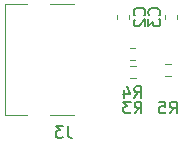
<source format=gbo>
G04 #@! TF.GenerationSoftware,KiCad,Pcbnew,9.0.3*
G04 #@! TF.CreationDate,2025-08-03T15:19:36-04:00*
G04 #@! TF.ProjectId,CH32V003J4M6,43483332-5630-4303-934a-344d362e6b69,rev?*
G04 #@! TF.SameCoordinates,Original*
G04 #@! TF.FileFunction,Legend,Bot*
G04 #@! TF.FilePolarity,Positive*
%FSLAX46Y46*%
G04 Gerber Fmt 4.6, Leading zero omitted, Abs format (unit mm)*
G04 Created by KiCad (PCBNEW 9.0.3) date 2025-08-03 15:19:36*
%MOMM*%
%LPD*%
G01*
G04 APERTURE LIST*
%ADD10C,0.150000*%
%ADD11C,0.120000*%
G04 APERTURE END LIST*
D10*
X151266666Y-105554819D02*
X151599999Y-105078628D01*
X151838094Y-105554819D02*
X151838094Y-104554819D01*
X151838094Y-104554819D02*
X151457142Y-104554819D01*
X151457142Y-104554819D02*
X151361904Y-104602438D01*
X151361904Y-104602438D02*
X151314285Y-104650057D01*
X151314285Y-104650057D02*
X151266666Y-104745295D01*
X151266666Y-104745295D02*
X151266666Y-104888152D01*
X151266666Y-104888152D02*
X151314285Y-104983390D01*
X151314285Y-104983390D02*
X151361904Y-105031009D01*
X151361904Y-105031009D02*
X151457142Y-105078628D01*
X151457142Y-105078628D02*
X151838094Y-105078628D01*
X150409523Y-104888152D02*
X150409523Y-105554819D01*
X150647618Y-104507200D02*
X150885713Y-105221485D01*
X150885713Y-105221485D02*
X150266666Y-105221485D01*
X152109580Y-98533333D02*
X152157200Y-98485714D01*
X152157200Y-98485714D02*
X152204819Y-98342857D01*
X152204819Y-98342857D02*
X152204819Y-98247619D01*
X152204819Y-98247619D02*
X152157200Y-98104762D01*
X152157200Y-98104762D02*
X152061961Y-98009524D01*
X152061961Y-98009524D02*
X151966723Y-97961905D01*
X151966723Y-97961905D02*
X151776247Y-97914286D01*
X151776247Y-97914286D02*
X151633390Y-97914286D01*
X151633390Y-97914286D02*
X151442914Y-97961905D01*
X151442914Y-97961905D02*
X151347676Y-98009524D01*
X151347676Y-98009524D02*
X151252438Y-98104762D01*
X151252438Y-98104762D02*
X151204819Y-98247619D01*
X151204819Y-98247619D02*
X151204819Y-98342857D01*
X151204819Y-98342857D02*
X151252438Y-98485714D01*
X151252438Y-98485714D02*
X151300057Y-98533333D01*
X151300057Y-98914286D02*
X151252438Y-98961905D01*
X151252438Y-98961905D02*
X151204819Y-99057143D01*
X151204819Y-99057143D02*
X151204819Y-99295238D01*
X151204819Y-99295238D02*
X151252438Y-99390476D01*
X151252438Y-99390476D02*
X151300057Y-99438095D01*
X151300057Y-99438095D02*
X151395295Y-99485714D01*
X151395295Y-99485714D02*
X151490533Y-99485714D01*
X151490533Y-99485714D02*
X151633390Y-99438095D01*
X151633390Y-99438095D02*
X152204819Y-98866667D01*
X152204819Y-98866667D02*
X152204819Y-99485714D01*
X145621333Y-107912819D02*
X145621333Y-108627104D01*
X145621333Y-108627104D02*
X145668952Y-108769961D01*
X145668952Y-108769961D02*
X145764190Y-108865200D01*
X145764190Y-108865200D02*
X145907047Y-108912819D01*
X145907047Y-108912819D02*
X146002285Y-108912819D01*
X145240380Y-107912819D02*
X144621333Y-107912819D01*
X144621333Y-107912819D02*
X144954666Y-108293771D01*
X144954666Y-108293771D02*
X144811809Y-108293771D01*
X144811809Y-108293771D02*
X144716571Y-108341390D01*
X144716571Y-108341390D02*
X144668952Y-108389009D01*
X144668952Y-108389009D02*
X144621333Y-108484247D01*
X144621333Y-108484247D02*
X144621333Y-108722342D01*
X144621333Y-108722342D02*
X144668952Y-108817580D01*
X144668952Y-108817580D02*
X144716571Y-108865200D01*
X144716571Y-108865200D02*
X144811809Y-108912819D01*
X144811809Y-108912819D02*
X145097523Y-108912819D01*
X145097523Y-108912819D02*
X145192761Y-108865200D01*
X145192761Y-108865200D02*
X145240380Y-108817580D01*
X151296666Y-106854819D02*
X151629999Y-106378628D01*
X151868094Y-106854819D02*
X151868094Y-105854819D01*
X151868094Y-105854819D02*
X151487142Y-105854819D01*
X151487142Y-105854819D02*
X151391904Y-105902438D01*
X151391904Y-105902438D02*
X151344285Y-105950057D01*
X151344285Y-105950057D02*
X151296666Y-106045295D01*
X151296666Y-106045295D02*
X151296666Y-106188152D01*
X151296666Y-106188152D02*
X151344285Y-106283390D01*
X151344285Y-106283390D02*
X151391904Y-106331009D01*
X151391904Y-106331009D02*
X151487142Y-106378628D01*
X151487142Y-106378628D02*
X151868094Y-106378628D01*
X150963332Y-105854819D02*
X150344285Y-105854819D01*
X150344285Y-105854819D02*
X150677618Y-106235771D01*
X150677618Y-106235771D02*
X150534761Y-106235771D01*
X150534761Y-106235771D02*
X150439523Y-106283390D01*
X150439523Y-106283390D02*
X150391904Y-106331009D01*
X150391904Y-106331009D02*
X150344285Y-106426247D01*
X150344285Y-106426247D02*
X150344285Y-106664342D01*
X150344285Y-106664342D02*
X150391904Y-106759580D01*
X150391904Y-106759580D02*
X150439523Y-106807200D01*
X150439523Y-106807200D02*
X150534761Y-106854819D01*
X150534761Y-106854819D02*
X150820475Y-106854819D01*
X150820475Y-106854819D02*
X150915713Y-106807200D01*
X150915713Y-106807200D02*
X150963332Y-106759580D01*
X154266666Y-106854819D02*
X154599999Y-106378628D01*
X154838094Y-106854819D02*
X154838094Y-105854819D01*
X154838094Y-105854819D02*
X154457142Y-105854819D01*
X154457142Y-105854819D02*
X154361904Y-105902438D01*
X154361904Y-105902438D02*
X154314285Y-105950057D01*
X154314285Y-105950057D02*
X154266666Y-106045295D01*
X154266666Y-106045295D02*
X154266666Y-106188152D01*
X154266666Y-106188152D02*
X154314285Y-106283390D01*
X154314285Y-106283390D02*
X154361904Y-106331009D01*
X154361904Y-106331009D02*
X154457142Y-106378628D01*
X154457142Y-106378628D02*
X154838094Y-106378628D01*
X153361904Y-105854819D02*
X153838094Y-105854819D01*
X153838094Y-105854819D02*
X153885713Y-106331009D01*
X153885713Y-106331009D02*
X153838094Y-106283390D01*
X153838094Y-106283390D02*
X153742856Y-106235771D01*
X153742856Y-106235771D02*
X153504761Y-106235771D01*
X153504761Y-106235771D02*
X153409523Y-106283390D01*
X153409523Y-106283390D02*
X153361904Y-106331009D01*
X153361904Y-106331009D02*
X153314285Y-106426247D01*
X153314285Y-106426247D02*
X153314285Y-106664342D01*
X153314285Y-106664342D02*
X153361904Y-106759580D01*
X153361904Y-106759580D02*
X153409523Y-106807200D01*
X153409523Y-106807200D02*
X153504761Y-106854819D01*
X153504761Y-106854819D02*
X153742856Y-106854819D01*
X153742856Y-106854819D02*
X153838094Y-106807200D01*
X153838094Y-106807200D02*
X153885713Y-106759580D01*
X153359580Y-98533333D02*
X153407200Y-98485714D01*
X153407200Y-98485714D02*
X153454819Y-98342857D01*
X153454819Y-98342857D02*
X153454819Y-98247619D01*
X153454819Y-98247619D02*
X153407200Y-98104762D01*
X153407200Y-98104762D02*
X153311961Y-98009524D01*
X153311961Y-98009524D02*
X153216723Y-97961905D01*
X153216723Y-97961905D02*
X153026247Y-97914286D01*
X153026247Y-97914286D02*
X152883390Y-97914286D01*
X152883390Y-97914286D02*
X152692914Y-97961905D01*
X152692914Y-97961905D02*
X152597676Y-98009524D01*
X152597676Y-98009524D02*
X152502438Y-98104762D01*
X152502438Y-98104762D02*
X152454819Y-98247619D01*
X152454819Y-98247619D02*
X152454819Y-98342857D01*
X152454819Y-98342857D02*
X152502438Y-98485714D01*
X152502438Y-98485714D02*
X152550057Y-98533333D01*
X152454819Y-98866667D02*
X152454819Y-99485714D01*
X152454819Y-99485714D02*
X152835771Y-99152381D01*
X152835771Y-99152381D02*
X152835771Y-99295238D01*
X152835771Y-99295238D02*
X152883390Y-99390476D01*
X152883390Y-99390476D02*
X152931009Y-99438095D01*
X152931009Y-99438095D02*
X153026247Y-99485714D01*
X153026247Y-99485714D02*
X153264342Y-99485714D01*
X153264342Y-99485714D02*
X153359580Y-99438095D01*
X153359580Y-99438095D02*
X153407200Y-99390476D01*
X153407200Y-99390476D02*
X153454819Y-99295238D01*
X153454819Y-99295238D02*
X153454819Y-99009524D01*
X153454819Y-99009524D02*
X153407200Y-98914286D01*
X153407200Y-98914286D02*
X153359580Y-98866667D01*
D11*
X150887742Y-101327500D02*
X151362258Y-101327500D01*
X150887742Y-102372500D02*
X151362258Y-102372500D01*
X149790000Y-98559420D02*
X149790000Y-98840580D01*
X150810000Y-98559420D02*
X150810000Y-98840580D01*
X140320000Y-106989966D02*
X140320000Y-97589966D01*
X142220000Y-97589966D02*
X140320000Y-97589966D01*
X142220000Y-106989966D02*
X140320000Y-106989966D01*
X146120000Y-97589966D02*
X144120000Y-97589966D01*
X146120000Y-106989966D02*
X144120000Y-106989966D01*
X150892742Y-102827500D02*
X151367258Y-102827500D01*
X150892742Y-103872500D02*
X151367258Y-103872500D01*
X153862742Y-102677500D02*
X154337258Y-102677500D01*
X153862742Y-103722500D02*
X154337258Y-103722500D01*
X153840000Y-98559420D02*
X153840000Y-98840580D01*
X154860000Y-98559420D02*
X154860000Y-98840580D01*
%LPC*%
G36*
X143598000Y-111340000D02*
G01*
X141898000Y-111340000D01*
X141898000Y-109640000D01*
X143598000Y-109640000D01*
X143598000Y-111340000D01*
G37*
G36*
X145534742Y-109676601D02*
G01*
X145688687Y-109740367D01*
X145827234Y-109832941D01*
X145945059Y-109950766D01*
X146037633Y-110089313D01*
X146101399Y-110243258D01*
X146133907Y-110406685D01*
X146133907Y-110573315D01*
X146101399Y-110736742D01*
X146037633Y-110890687D01*
X145945059Y-111029234D01*
X145827234Y-111147059D01*
X145688687Y-111239633D01*
X145534742Y-111303399D01*
X145371315Y-111335907D01*
X145204685Y-111335907D01*
X145041258Y-111303399D01*
X144887313Y-111239633D01*
X144748766Y-111147059D01*
X144630941Y-111029234D01*
X144538367Y-110890687D01*
X144474601Y-110736742D01*
X144442093Y-110573315D01*
X144442093Y-110406685D01*
X144474601Y-110243258D01*
X144538367Y-110089313D01*
X144630941Y-109950766D01*
X144748766Y-109832941D01*
X144887313Y-109740367D01*
X145041258Y-109676601D01*
X145204685Y-109644093D01*
X145371315Y-109644093D01*
X145534742Y-109676601D01*
G37*
G36*
X148074742Y-109676601D02*
G01*
X148228687Y-109740367D01*
X148367234Y-109832941D01*
X148485059Y-109950766D01*
X148577633Y-110089313D01*
X148641399Y-110243258D01*
X148673907Y-110406685D01*
X148673907Y-110573315D01*
X148641399Y-110736742D01*
X148577633Y-110890687D01*
X148485059Y-111029234D01*
X148367234Y-111147059D01*
X148228687Y-111239633D01*
X148074742Y-111303399D01*
X147911315Y-111335907D01*
X147744685Y-111335907D01*
X147581258Y-111303399D01*
X147427313Y-111239633D01*
X147288766Y-111147059D01*
X147170941Y-111029234D01*
X147078367Y-110890687D01*
X147014601Y-110736742D01*
X146982093Y-110573315D01*
X146982093Y-110406685D01*
X147014601Y-110243258D01*
X147078367Y-110089313D01*
X147170941Y-109950766D01*
X147288766Y-109832941D01*
X147427313Y-109740367D01*
X147581258Y-109676601D01*
X147744685Y-109644093D01*
X147911315Y-109644093D01*
X148074742Y-109676601D01*
G37*
G36*
X150614742Y-109676601D02*
G01*
X150768687Y-109740367D01*
X150907234Y-109832941D01*
X151025059Y-109950766D01*
X151117633Y-110089313D01*
X151181399Y-110243258D01*
X151213907Y-110406685D01*
X151213907Y-110573315D01*
X151181399Y-110736742D01*
X151117633Y-110890687D01*
X151025059Y-111029234D01*
X150907234Y-111147059D01*
X150768687Y-111239633D01*
X150614742Y-111303399D01*
X150451315Y-111335907D01*
X150284685Y-111335907D01*
X150121258Y-111303399D01*
X149967313Y-111239633D01*
X149828766Y-111147059D01*
X149710941Y-111029234D01*
X149618367Y-110890687D01*
X149554601Y-110736742D01*
X149522093Y-110573315D01*
X149522093Y-110406685D01*
X149554601Y-110243258D01*
X149618367Y-110089313D01*
X149710941Y-109950766D01*
X149828766Y-109832941D01*
X149967313Y-109740367D01*
X150121258Y-109676601D01*
X150284685Y-109644093D01*
X150451315Y-109644093D01*
X150614742Y-109676601D01*
G37*
G36*
X153154742Y-109676601D02*
G01*
X153308687Y-109740367D01*
X153447234Y-109832941D01*
X153565059Y-109950766D01*
X153657633Y-110089313D01*
X153721399Y-110243258D01*
X153753907Y-110406685D01*
X153753907Y-110573315D01*
X153721399Y-110736742D01*
X153657633Y-110890687D01*
X153565059Y-111029234D01*
X153447234Y-111147059D01*
X153308687Y-111239633D01*
X153154742Y-111303399D01*
X152991315Y-111335907D01*
X152824685Y-111335907D01*
X152661258Y-111303399D01*
X152507313Y-111239633D01*
X152368766Y-111147059D01*
X152250941Y-111029234D01*
X152158367Y-110890687D01*
X152094601Y-110736742D01*
X152062093Y-110573315D01*
X152062093Y-110406685D01*
X152094601Y-110243258D01*
X152158367Y-110089313D01*
X152250941Y-109950766D01*
X152368766Y-109832941D01*
X152507313Y-109740367D01*
X152661258Y-109676601D01*
X152824685Y-109644093D01*
X152991315Y-109644093D01*
X153154742Y-109676601D01*
G37*
G36*
X155694742Y-109676601D02*
G01*
X155848687Y-109740367D01*
X155987234Y-109832941D01*
X156105059Y-109950766D01*
X156197633Y-110089313D01*
X156261399Y-110243258D01*
X156293907Y-110406685D01*
X156293907Y-110573315D01*
X156261399Y-110736742D01*
X156197633Y-110890687D01*
X156105059Y-111029234D01*
X155987234Y-111147059D01*
X155848687Y-111239633D01*
X155694742Y-111303399D01*
X155531315Y-111335907D01*
X155364685Y-111335907D01*
X155201258Y-111303399D01*
X155047313Y-111239633D01*
X154908766Y-111147059D01*
X154790941Y-111029234D01*
X154698367Y-110890687D01*
X154634601Y-110736742D01*
X154602093Y-110573315D01*
X154602093Y-110406685D01*
X154634601Y-110243258D01*
X154698367Y-110089313D01*
X154790941Y-109950766D01*
X154908766Y-109832941D01*
X155047313Y-109740367D01*
X155201258Y-109676601D01*
X155364685Y-109644093D01*
X155531315Y-109644093D01*
X155694742Y-109676601D01*
G37*
G36*
X158234742Y-109676601D02*
G01*
X158388687Y-109740367D01*
X158527234Y-109832941D01*
X158645059Y-109950766D01*
X158737633Y-110089313D01*
X158801399Y-110243258D01*
X158833907Y-110406685D01*
X158833907Y-110573315D01*
X158801399Y-110736742D01*
X158737633Y-110890687D01*
X158645059Y-111029234D01*
X158527234Y-111147059D01*
X158388687Y-111239633D01*
X158234742Y-111303399D01*
X158071315Y-111335907D01*
X157904685Y-111335907D01*
X157741258Y-111303399D01*
X157587313Y-111239633D01*
X157448766Y-111147059D01*
X157330941Y-111029234D01*
X157238367Y-110890687D01*
X157174601Y-110736742D01*
X157142093Y-110573315D01*
X157142093Y-110406685D01*
X157174601Y-110243258D01*
X157238367Y-110089313D01*
X157330941Y-109950766D01*
X157448766Y-109832941D01*
X157587313Y-109740367D01*
X157741258Y-109676601D01*
X157904685Y-109644093D01*
X158071315Y-109644093D01*
X158234742Y-109676601D01*
G37*
G36*
X160774742Y-109676601D02*
G01*
X160928687Y-109740367D01*
X161067234Y-109832941D01*
X161185059Y-109950766D01*
X161277633Y-110089313D01*
X161341399Y-110243258D01*
X161373907Y-110406685D01*
X161373907Y-110573315D01*
X161341399Y-110736742D01*
X161277633Y-110890687D01*
X161185059Y-111029234D01*
X161067234Y-111147059D01*
X160928687Y-111239633D01*
X160774742Y-111303399D01*
X160611315Y-111335907D01*
X160444685Y-111335907D01*
X160281258Y-111303399D01*
X160127313Y-111239633D01*
X159988766Y-111147059D01*
X159870941Y-111029234D01*
X159778367Y-110890687D01*
X159714601Y-110736742D01*
X159682093Y-110573315D01*
X159682093Y-110406685D01*
X159714601Y-110243258D01*
X159778367Y-110089313D01*
X159870941Y-109950766D01*
X159988766Y-109832941D01*
X160127313Y-109740367D01*
X160281258Y-109676601D01*
X160444685Y-109644093D01*
X160611315Y-109644093D01*
X160774742Y-109676601D01*
G37*
G36*
X161378000Y-107515000D02*
G01*
X159678000Y-107515000D01*
X159678000Y-105815000D01*
X161378000Y-105815000D01*
X161378000Y-107515000D01*
G37*
G36*
X143535263Y-106114244D02*
G01*
X143661342Y-106148026D01*
X143774381Y-106213289D01*
X143866677Y-106305585D01*
X143931940Y-106418624D01*
X143965722Y-106544703D01*
X143965722Y-106675229D01*
X143931940Y-106801308D01*
X143866677Y-106914347D01*
X143774381Y-107006643D01*
X143661342Y-107071906D01*
X143535263Y-107105688D01*
X143470000Y-107109966D01*
X143468029Y-107109966D01*
X142871971Y-107109966D01*
X142870000Y-107109966D01*
X142804737Y-107105688D01*
X142678658Y-107071906D01*
X142565619Y-107006643D01*
X142473323Y-106914347D01*
X142408060Y-106801308D01*
X142374278Y-106675229D01*
X142374278Y-106544703D01*
X142408060Y-106418624D01*
X142473323Y-106305585D01*
X142565619Y-106213289D01*
X142678658Y-106148026D01*
X142804737Y-106114244D01*
X142870000Y-106109966D01*
X143470000Y-106109966D01*
X143535263Y-106114244D01*
G37*
G36*
X147965263Y-106114244D02*
G01*
X148091342Y-106148026D01*
X148204381Y-106213289D01*
X148296677Y-106305585D01*
X148361940Y-106418624D01*
X148395722Y-106544703D01*
X148395722Y-106675229D01*
X148361940Y-106801308D01*
X148296677Y-106914347D01*
X148204381Y-107006643D01*
X148091342Y-107071906D01*
X147965263Y-107105688D01*
X147900000Y-107109966D01*
X147898029Y-107109966D01*
X146801971Y-107109966D01*
X146800000Y-107109966D01*
X146734737Y-107105688D01*
X146608658Y-107071906D01*
X146495619Y-107006643D01*
X146403323Y-106914347D01*
X146338060Y-106801308D01*
X146304278Y-106675229D01*
X146304278Y-106544703D01*
X146338060Y-106418624D01*
X146403323Y-106305585D01*
X146495619Y-106213289D01*
X146608658Y-106148026D01*
X146734737Y-106114244D01*
X146800000Y-106109966D01*
X147900000Y-106109966D01*
X147965263Y-106114244D01*
G37*
G36*
X148990000Y-105839966D02*
G01*
X147540000Y-105839966D01*
X147540000Y-105239966D01*
X148990000Y-105239966D01*
X148990000Y-105839966D01*
G37*
G36*
X146944372Y-104879705D02*
G01*
X147017847Y-104922126D01*
X147077840Y-104982119D01*
X147120261Y-105055594D01*
X147142220Y-105137545D01*
X147142220Y-105222387D01*
X147120261Y-105304338D01*
X147077840Y-105377813D01*
X147017847Y-105437806D01*
X146944372Y-105480227D01*
X146862421Y-105502186D01*
X146777579Y-105502186D01*
X146695628Y-105480227D01*
X146622153Y-105437806D01*
X146562160Y-105377813D01*
X146519739Y-105304338D01*
X146497780Y-105222387D01*
X146497780Y-105137545D01*
X146519739Y-105055594D01*
X146562160Y-104982119D01*
X146622153Y-104922126D01*
X146695628Y-104879705D01*
X146777579Y-104857746D01*
X146862421Y-104857746D01*
X146944372Y-104879705D01*
G37*
G36*
X148990000Y-105039966D02*
G01*
X147540000Y-105039966D01*
X147540000Y-104439966D01*
X148990000Y-104439966D01*
X148990000Y-105039966D01*
G37*
G36*
X160774742Y-103311601D02*
G01*
X160928687Y-103375367D01*
X161067234Y-103467941D01*
X161185059Y-103585766D01*
X161277633Y-103724313D01*
X161341399Y-103878258D01*
X161373907Y-104041685D01*
X161373907Y-104208315D01*
X161341399Y-104371742D01*
X161277633Y-104525687D01*
X161185059Y-104664234D01*
X161067234Y-104782059D01*
X160928687Y-104874633D01*
X160774742Y-104938399D01*
X160611315Y-104970907D01*
X160444685Y-104970907D01*
X160281258Y-104938399D01*
X160127313Y-104874633D01*
X159988766Y-104782059D01*
X159870941Y-104664234D01*
X159778367Y-104525687D01*
X159714601Y-104371742D01*
X159682093Y-104208315D01*
X159682093Y-104041685D01*
X159714601Y-103878258D01*
X159778367Y-103724313D01*
X159870941Y-103585766D01*
X159988766Y-103467941D01*
X160127313Y-103375367D01*
X160281258Y-103311601D01*
X160444685Y-103279093D01*
X160611315Y-103279093D01*
X160774742Y-103311601D01*
G37*
G36*
X148990000Y-104189966D02*
G01*
X147540000Y-104189966D01*
X147540000Y-103889966D01*
X148990000Y-103889966D01*
X148990000Y-104189966D01*
G37*
G36*
X150581537Y-102890224D02*
G01*
X150646421Y-102933579D01*
X150689776Y-102998463D01*
X150705000Y-103075000D01*
X150705000Y-103625000D01*
X150689776Y-103701537D01*
X150646421Y-103766421D01*
X150581537Y-103809776D01*
X150505000Y-103825000D01*
X150105000Y-103825000D01*
X150028463Y-103809776D01*
X149963579Y-103766421D01*
X149920224Y-103701537D01*
X149905000Y-103625000D01*
X149905000Y-103075000D01*
X149920224Y-102998463D01*
X149963579Y-102933579D01*
X150028463Y-102890224D01*
X150105000Y-102875000D01*
X150505000Y-102875000D01*
X150581537Y-102890224D01*
G37*
G36*
X152231537Y-102890224D02*
G01*
X152296421Y-102933579D01*
X152339776Y-102998463D01*
X152355000Y-103075000D01*
X152355000Y-103625000D01*
X152339776Y-103701537D01*
X152296421Y-103766421D01*
X152231537Y-103809776D01*
X152155000Y-103825000D01*
X151755000Y-103825000D01*
X151678463Y-103809776D01*
X151613579Y-103766421D01*
X151570224Y-103701537D01*
X151555000Y-103625000D01*
X151555000Y-103075000D01*
X151570224Y-102998463D01*
X151613579Y-102933579D01*
X151678463Y-102890224D01*
X151755000Y-102875000D01*
X152155000Y-102875000D01*
X152231537Y-102890224D01*
G37*
G36*
X148990000Y-103689966D02*
G01*
X147540000Y-103689966D01*
X147540000Y-103389966D01*
X148990000Y-103389966D01*
X148990000Y-103689966D01*
G37*
G36*
X153551537Y-102740224D02*
G01*
X153616421Y-102783579D01*
X153659776Y-102848463D01*
X153675000Y-102925000D01*
X153675000Y-103475000D01*
X153659776Y-103551537D01*
X153616421Y-103616421D01*
X153551537Y-103659776D01*
X153475000Y-103675000D01*
X153075000Y-103675000D01*
X152998463Y-103659776D01*
X152933579Y-103616421D01*
X152890224Y-103551537D01*
X152875000Y-103475000D01*
X152875000Y-102925000D01*
X152890224Y-102848463D01*
X152933579Y-102783579D01*
X152998463Y-102740224D01*
X153075000Y-102725000D01*
X153475000Y-102725000D01*
X153551537Y-102740224D01*
G37*
G36*
X155201537Y-102740224D02*
G01*
X155266421Y-102783579D01*
X155309776Y-102848463D01*
X155325000Y-102925000D01*
X155325000Y-103475000D01*
X155309776Y-103551537D01*
X155266421Y-103616421D01*
X155201537Y-103659776D01*
X155125000Y-103675000D01*
X154725000Y-103675000D01*
X154648463Y-103659776D01*
X154583579Y-103616421D01*
X154540224Y-103551537D01*
X154525000Y-103475000D01*
X154525000Y-102925000D01*
X154540224Y-102848463D01*
X154583579Y-102783579D01*
X154648463Y-102740224D01*
X154725000Y-102725000D01*
X155125000Y-102725000D01*
X155201537Y-102740224D01*
G37*
G36*
X148990000Y-103189966D02*
G01*
X147540000Y-103189966D01*
X147540000Y-102889966D01*
X148990000Y-102889966D01*
X148990000Y-103189966D01*
G37*
G36*
X148990000Y-102689966D02*
G01*
X147540000Y-102689966D01*
X147540000Y-102389966D01*
X148990000Y-102389966D01*
X148990000Y-102689966D01*
G37*
G36*
X160774742Y-100771601D02*
G01*
X160928687Y-100835367D01*
X161067234Y-100927941D01*
X161185059Y-101045766D01*
X161277633Y-101184313D01*
X161341399Y-101338258D01*
X161373907Y-101501685D01*
X161373907Y-101668315D01*
X161341399Y-101831742D01*
X161277633Y-101985687D01*
X161185059Y-102124234D01*
X161067234Y-102242059D01*
X160928687Y-102334633D01*
X160774742Y-102398399D01*
X160611315Y-102430907D01*
X160444685Y-102430907D01*
X160281258Y-102398399D01*
X160127313Y-102334633D01*
X159988766Y-102242059D01*
X159870941Y-102124234D01*
X159778367Y-101985687D01*
X159714601Y-101831742D01*
X159682093Y-101668315D01*
X159682093Y-101501685D01*
X159714601Y-101338258D01*
X159778367Y-101184313D01*
X159870941Y-101045766D01*
X159988766Y-100927941D01*
X160127313Y-100835367D01*
X160281258Y-100771601D01*
X160444685Y-100739093D01*
X160611315Y-100739093D01*
X160774742Y-100771601D01*
G37*
G36*
X150576537Y-101390224D02*
G01*
X150641421Y-101433579D01*
X150684776Y-101498463D01*
X150700000Y-101575000D01*
X150700000Y-102125000D01*
X150684776Y-102201537D01*
X150641421Y-102266421D01*
X150576537Y-102309776D01*
X150500000Y-102325000D01*
X150100000Y-102325000D01*
X150023463Y-102309776D01*
X149958579Y-102266421D01*
X149915224Y-102201537D01*
X149900000Y-102125000D01*
X149900000Y-101575000D01*
X149915224Y-101498463D01*
X149958579Y-101433579D01*
X150023463Y-101390224D01*
X150100000Y-101375000D01*
X150500000Y-101375000D01*
X150576537Y-101390224D01*
G37*
G36*
X152226537Y-101390224D02*
G01*
X152291421Y-101433579D01*
X152334776Y-101498463D01*
X152350000Y-101575000D01*
X152350000Y-102125000D01*
X152334776Y-102201537D01*
X152291421Y-102266421D01*
X152226537Y-102309776D01*
X152150000Y-102325000D01*
X151750000Y-102325000D01*
X151673463Y-102309776D01*
X151608579Y-102266421D01*
X151565224Y-102201537D01*
X151550000Y-102125000D01*
X151550000Y-101575000D01*
X151565224Y-101498463D01*
X151608579Y-101433579D01*
X151673463Y-101390224D01*
X151750000Y-101375000D01*
X152150000Y-101375000D01*
X152226537Y-101390224D01*
G37*
G36*
X148990000Y-102189966D02*
G01*
X147540000Y-102189966D01*
X147540000Y-101889966D01*
X148990000Y-101889966D01*
X148990000Y-102189966D01*
G37*
G36*
X148990000Y-101689966D02*
G01*
X147540000Y-101689966D01*
X147540000Y-101389966D01*
X148990000Y-101389966D01*
X148990000Y-101689966D01*
G37*
G36*
X148990000Y-101189966D02*
G01*
X147540000Y-101189966D01*
X147540000Y-100889966D01*
X148990000Y-100889966D01*
X148990000Y-101189966D01*
G37*
G36*
X148990000Y-100689966D02*
G01*
X147540000Y-100689966D01*
X147540000Y-100389966D01*
X148990000Y-100389966D01*
X148990000Y-100689966D01*
G37*
G36*
X148990000Y-100139966D02*
G01*
X147540000Y-100139966D01*
X147540000Y-99539966D01*
X148990000Y-99539966D01*
X148990000Y-100139966D01*
G37*
G36*
X150554850Y-99025964D02*
G01*
X150599317Y-99031123D01*
X150614510Y-99037831D01*
X150636104Y-99042127D01*
X150659222Y-99057574D01*
X150676567Y-99065233D01*
X150688412Y-99077078D01*
X150709099Y-99090901D01*
X150722921Y-99111587D01*
X150734766Y-99123432D01*
X150742423Y-99140774D01*
X150757873Y-99163896D01*
X150762168Y-99185491D01*
X150768876Y-99200682D01*
X150774033Y-99245139D01*
X150775000Y-99250000D01*
X150775000Y-99700000D01*
X150774032Y-99704862D01*
X150768876Y-99749317D01*
X150762168Y-99764506D01*
X150757873Y-99786104D01*
X150742422Y-99809227D01*
X150734766Y-99826567D01*
X150722923Y-99838409D01*
X150709099Y-99859099D01*
X150688409Y-99872923D01*
X150676567Y-99884766D01*
X150659227Y-99892422D01*
X150636104Y-99907873D01*
X150614506Y-99912168D01*
X150599317Y-99918876D01*
X150554861Y-99924032D01*
X150550000Y-99925000D01*
X150050000Y-99925000D01*
X150045138Y-99924033D01*
X150000682Y-99918876D01*
X149985491Y-99912168D01*
X149963896Y-99907873D01*
X149940774Y-99892423D01*
X149923432Y-99884766D01*
X149911587Y-99872921D01*
X149890901Y-99859099D01*
X149877078Y-99838412D01*
X149865233Y-99826567D01*
X149857574Y-99809222D01*
X149842127Y-99786104D01*
X149837831Y-99764510D01*
X149831123Y-99749317D01*
X149825964Y-99704849D01*
X149825000Y-99700000D01*
X149825000Y-99250000D01*
X149825964Y-99245150D01*
X149831123Y-99200682D01*
X149837832Y-99185487D01*
X149842127Y-99163896D01*
X149857573Y-99140779D01*
X149865233Y-99123432D01*
X149877080Y-99111584D01*
X149890901Y-99090901D01*
X149911584Y-99077080D01*
X149923432Y-99065233D01*
X149940779Y-99057573D01*
X149963896Y-99042127D01*
X149985487Y-99037832D01*
X150000682Y-99031123D01*
X150045151Y-99025964D01*
X150050000Y-99025000D01*
X150550000Y-99025000D01*
X150554850Y-99025964D01*
G37*
G36*
X154604850Y-99025964D02*
G01*
X154649317Y-99031123D01*
X154664510Y-99037831D01*
X154686104Y-99042127D01*
X154709222Y-99057574D01*
X154726567Y-99065233D01*
X154738412Y-99077078D01*
X154759099Y-99090901D01*
X154772921Y-99111587D01*
X154784766Y-99123432D01*
X154792423Y-99140774D01*
X154807873Y-99163896D01*
X154812168Y-99185491D01*
X154818876Y-99200682D01*
X154824033Y-99245139D01*
X154825000Y-99250000D01*
X154825000Y-99700000D01*
X154824032Y-99704862D01*
X154818876Y-99749317D01*
X154812168Y-99764506D01*
X154807873Y-99786104D01*
X154792422Y-99809227D01*
X154784766Y-99826567D01*
X154772923Y-99838409D01*
X154759099Y-99859099D01*
X154738409Y-99872923D01*
X154726567Y-99884766D01*
X154709227Y-99892422D01*
X154686104Y-99907873D01*
X154664506Y-99912168D01*
X154649317Y-99918876D01*
X154604861Y-99924032D01*
X154600000Y-99925000D01*
X154100000Y-99925000D01*
X154095138Y-99924033D01*
X154050682Y-99918876D01*
X154035491Y-99912168D01*
X154013896Y-99907873D01*
X153990774Y-99892423D01*
X153973432Y-99884766D01*
X153961587Y-99872921D01*
X153940901Y-99859099D01*
X153927078Y-99838412D01*
X153915233Y-99826567D01*
X153907574Y-99809222D01*
X153892127Y-99786104D01*
X153887831Y-99764510D01*
X153881123Y-99749317D01*
X153875964Y-99704849D01*
X153875000Y-99700000D01*
X153875000Y-99250000D01*
X153875964Y-99245150D01*
X153881123Y-99200682D01*
X153887832Y-99185487D01*
X153892127Y-99163896D01*
X153907573Y-99140779D01*
X153915233Y-99123432D01*
X153927080Y-99111584D01*
X153940901Y-99090901D01*
X153961584Y-99077080D01*
X153973432Y-99065233D01*
X153990779Y-99057573D01*
X154013896Y-99042127D01*
X154035487Y-99037832D01*
X154050682Y-99031123D01*
X154095151Y-99025964D01*
X154100000Y-99025000D01*
X154600000Y-99025000D01*
X154604850Y-99025964D01*
G37*
G36*
X146944372Y-99099705D02*
G01*
X147017847Y-99142126D01*
X147077840Y-99202119D01*
X147120261Y-99275594D01*
X147142220Y-99357545D01*
X147142220Y-99442387D01*
X147120261Y-99524338D01*
X147077840Y-99597813D01*
X147017847Y-99657806D01*
X146944372Y-99700227D01*
X146862421Y-99722186D01*
X146777579Y-99722186D01*
X146695628Y-99700227D01*
X146622153Y-99657806D01*
X146562160Y-99597813D01*
X146519739Y-99524338D01*
X146497780Y-99442387D01*
X146497780Y-99357545D01*
X146519739Y-99275594D01*
X146562160Y-99202119D01*
X146622153Y-99142126D01*
X146695628Y-99099705D01*
X146777579Y-99077746D01*
X146862421Y-99077746D01*
X146944372Y-99099705D01*
G37*
G36*
X148990000Y-99339966D02*
G01*
X147540000Y-99339966D01*
X147540000Y-98739966D01*
X148990000Y-98739966D01*
X148990000Y-99339966D01*
G37*
G36*
X143535263Y-97474244D02*
G01*
X143661342Y-97508026D01*
X143774381Y-97573289D01*
X143866677Y-97665585D01*
X143931940Y-97778624D01*
X143965722Y-97904703D01*
X143965722Y-98035229D01*
X143931940Y-98161308D01*
X143866677Y-98274347D01*
X143774381Y-98366643D01*
X143661342Y-98431906D01*
X143535263Y-98465688D01*
X143470000Y-98469966D01*
X143468029Y-98469966D01*
X142871971Y-98469966D01*
X142870000Y-98469966D01*
X142804737Y-98465688D01*
X142678658Y-98431906D01*
X142565619Y-98366643D01*
X142473323Y-98274347D01*
X142408060Y-98161308D01*
X142374278Y-98035229D01*
X142374278Y-97904703D01*
X142408060Y-97778624D01*
X142473323Y-97665585D01*
X142565619Y-97573289D01*
X142678658Y-97508026D01*
X142804737Y-97474244D01*
X142870000Y-97469966D01*
X143470000Y-97469966D01*
X143535263Y-97474244D01*
G37*
G36*
X147965263Y-97474244D02*
G01*
X148091342Y-97508026D01*
X148204381Y-97573289D01*
X148296677Y-97665585D01*
X148361940Y-97778624D01*
X148395722Y-97904703D01*
X148395722Y-98035229D01*
X148361940Y-98161308D01*
X148296677Y-98274347D01*
X148204381Y-98366643D01*
X148091342Y-98431906D01*
X147965263Y-98465688D01*
X147900000Y-98469966D01*
X147898029Y-98469966D01*
X146801971Y-98469966D01*
X146800000Y-98469966D01*
X146734737Y-98465688D01*
X146608658Y-98431906D01*
X146495619Y-98366643D01*
X146403323Y-98274347D01*
X146338060Y-98161308D01*
X146304278Y-98035229D01*
X146304278Y-97904703D01*
X146338060Y-97778624D01*
X146403323Y-97665585D01*
X146495619Y-97573289D01*
X146608658Y-97508026D01*
X146734737Y-97474244D01*
X146800000Y-97469966D01*
X147900000Y-97469966D01*
X147965263Y-97474244D01*
G37*
G36*
X150554850Y-97475964D02*
G01*
X150599317Y-97481123D01*
X150614510Y-97487831D01*
X150636104Y-97492127D01*
X150659222Y-97507574D01*
X150676567Y-97515233D01*
X150688412Y-97527078D01*
X150709099Y-97540901D01*
X150722921Y-97561587D01*
X150734766Y-97573432D01*
X150742423Y-97590774D01*
X150757873Y-97613896D01*
X150762168Y-97635491D01*
X150768876Y-97650682D01*
X150774033Y-97695139D01*
X150775000Y-97700000D01*
X150775000Y-98150000D01*
X150774032Y-98154862D01*
X150768876Y-98199317D01*
X150762168Y-98214506D01*
X150757873Y-98236104D01*
X150742422Y-98259227D01*
X150734766Y-98276567D01*
X150722923Y-98288409D01*
X150709099Y-98309099D01*
X150688409Y-98322923D01*
X150676567Y-98334766D01*
X150659227Y-98342422D01*
X150636104Y-98357873D01*
X150614506Y-98362168D01*
X150599317Y-98368876D01*
X150554861Y-98374032D01*
X150550000Y-98375000D01*
X150050000Y-98375000D01*
X150045138Y-98374033D01*
X150000682Y-98368876D01*
X149985491Y-98362168D01*
X149963896Y-98357873D01*
X149940774Y-98342423D01*
X149923432Y-98334766D01*
X149911587Y-98322921D01*
X149890901Y-98309099D01*
X149877078Y-98288412D01*
X149865233Y-98276567D01*
X149857574Y-98259222D01*
X149842127Y-98236104D01*
X149837831Y-98214510D01*
X149831123Y-98199317D01*
X149825964Y-98154849D01*
X149825000Y-98150000D01*
X149825000Y-97700000D01*
X149825964Y-97695150D01*
X149831123Y-97650682D01*
X149837832Y-97635487D01*
X149842127Y-97613896D01*
X149857573Y-97590779D01*
X149865233Y-97573432D01*
X149877080Y-97561584D01*
X149890901Y-97540901D01*
X149911584Y-97527080D01*
X149923432Y-97515233D01*
X149940779Y-97507573D01*
X149963896Y-97492127D01*
X149985487Y-97487832D01*
X150000682Y-97481123D01*
X150045151Y-97475964D01*
X150050000Y-97475000D01*
X150550000Y-97475000D01*
X150554850Y-97475964D01*
G37*
G36*
X154604850Y-97475964D02*
G01*
X154649317Y-97481123D01*
X154664510Y-97487831D01*
X154686104Y-97492127D01*
X154709222Y-97507574D01*
X154726567Y-97515233D01*
X154738412Y-97527078D01*
X154759099Y-97540901D01*
X154772921Y-97561587D01*
X154784766Y-97573432D01*
X154792423Y-97590774D01*
X154807873Y-97613896D01*
X154812168Y-97635491D01*
X154818876Y-97650682D01*
X154824033Y-97695139D01*
X154825000Y-97700000D01*
X154825000Y-98150000D01*
X154824032Y-98154862D01*
X154818876Y-98199317D01*
X154812168Y-98214506D01*
X154807873Y-98236104D01*
X154792422Y-98259227D01*
X154784766Y-98276567D01*
X154772923Y-98288409D01*
X154759099Y-98309099D01*
X154738409Y-98322923D01*
X154726567Y-98334766D01*
X154709227Y-98342422D01*
X154686104Y-98357873D01*
X154664506Y-98362168D01*
X154649317Y-98368876D01*
X154604861Y-98374032D01*
X154600000Y-98375000D01*
X154100000Y-98375000D01*
X154095138Y-98374033D01*
X154050682Y-98368876D01*
X154035491Y-98362168D01*
X154013896Y-98357873D01*
X153990774Y-98342423D01*
X153973432Y-98334766D01*
X153961587Y-98322921D01*
X153940901Y-98309099D01*
X153927078Y-98288412D01*
X153915233Y-98276567D01*
X153907574Y-98259222D01*
X153892127Y-98236104D01*
X153887831Y-98214510D01*
X153881123Y-98199317D01*
X153875964Y-98154849D01*
X153875000Y-98150000D01*
X153875000Y-97700000D01*
X153875964Y-97695150D01*
X153881123Y-97650682D01*
X153887832Y-97635487D01*
X153892127Y-97613896D01*
X153907573Y-97590779D01*
X153915233Y-97573432D01*
X153927080Y-97561584D01*
X153940901Y-97540901D01*
X153961584Y-97527080D01*
X153973432Y-97515233D01*
X153990779Y-97507573D01*
X154013896Y-97492127D01*
X154035487Y-97487832D01*
X154050682Y-97481123D01*
X154095151Y-97475964D01*
X154100000Y-97475000D01*
X154600000Y-97475000D01*
X154604850Y-97475964D01*
G37*
%LPD*%
M02*

</source>
